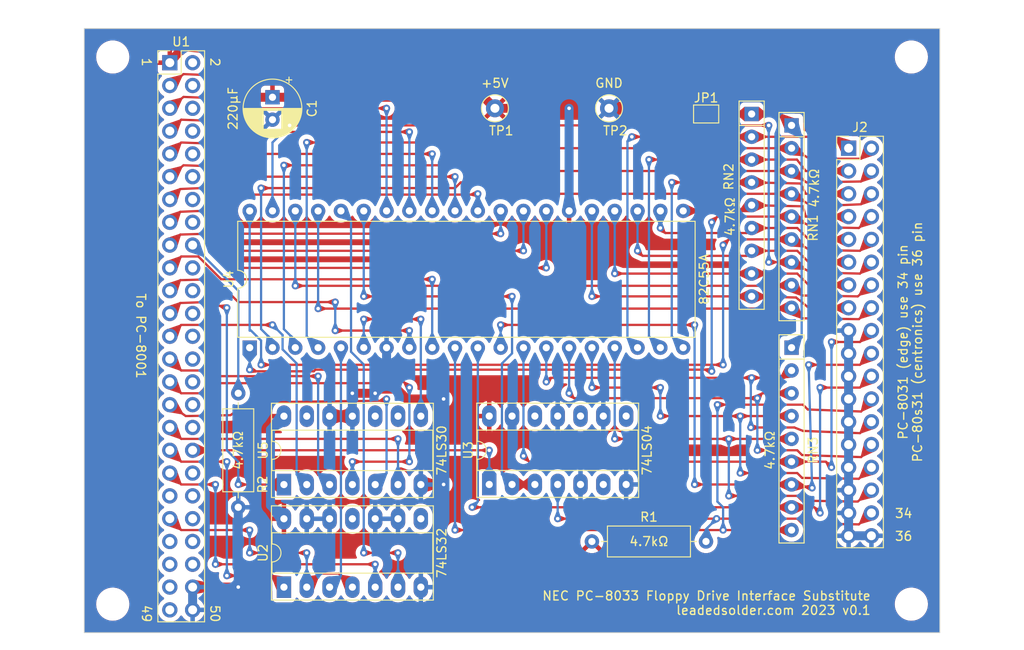
<source format=kicad_pcb>
(kicad_pcb (version 20221018) (generator pcbnew)
  (layers (0 "F.Cu" signal) (31 "B.Cu" signal) (34 "B.Paste" user) (35 "F.Paste" user) (36 "B.SilkS" user "B.Silkscreen") (37 "F.SilkS" user "F.Silkscreen") (38 "B.Mask" user) (39 "F.Mask" user) (44 "Edge.Cuts" user))
  (net 0 "")
  (net 1 "+5V")
  (net 2 "GND")
  (net 3 "/pb0")
  (net 4 "/pa0")
  (net 5 "/pb1")
  (net 6 "/pa1")
  (net 7 "/pb2")
  (net 8 "/pa2")
  (net 9 "/pb3")
  (net 10 "/pa3")
  (net 11 "/pb4")
  (net 12 "/pa4")
  (net 13 "/pb5")
  (net 14 "/pa5")
  (net 15 "/pb6")
  (net 16 "/pa6")
  (net 17 "/pb7")
  (net 18 "/pa7")
  (net 19 "/pc4")
  (net 20 "/pc5")
  (net 21 "/pc6")
  (net 22 "/pc7")
  (net 23 "/pc0")
  (net 24 "/pc1")
  (net 25 "/pc2")
  (net 26 "/pc3")
  (net 27 "Net-(J2-Pin_34)")
  (net 28 "Net-(JP1-B)")
  (net 29 "Net-(U1-~{EXTON})")
  (net 31 "/d0")
  (net 33 "/d1")
  (net 35 "/d2")
  (net 37 "/d3")
  (net 39 "/d4")
  (net 41 "/d5")
  (net 43 "/d6")
  (net 45 "/d7")
  (net 46 "/A0")
  (net 48 "/A1")
  (net 50 "Net-(U1-AB2)")
  (net 52 "Net-(U1-AB3)")
  (net 54 "Net-(U1-AB4)")
  (net 56 "Net-(U1-AB5)")
  (net 58 "Net-(U1-AB6)")
  (net 60 "Net-(U1-AB7)")
  (net 62 "Net-(U1-~{RD})")
  (net 63 "/~{RESET}")
  (net 64 "Net-(U1-~{WR})")
  (net 68 "Net-(U1-~{IOREQ})")
  (net 76 "/~{8255_RD}")
  (net 77 "/~{8255_WR}")
  (net 80 "/RESET")
  (net 85 "/~{8255_CS}")
  (footprint "Connector_PinHeader_2.54mm:PinHeader_2x18_P2.54mm_Vertical" (layer "F.Cu") (at 189.865 84.455)
    (fp_text reference "J2")
    (fp_text value "80s31")
  )
  (footprint "Resistor_THT:R_Array_SIP9" (layer "F.Cu") (at 183.515 106.68 -90)
    (fp_text reference "RN3")
    (fp_text value "4.7kΩ")
  )
  (footprint "Resistor_THT:R_Axial_DIN0309_L9.0mm_D3.2mm_P12.70mm_Horizontal" (layer "F.Cu") (at 121.92 111.76 -90)
    (fp_text reference "R2")
    (fp_text value "4.7kΩ")
  )
  (footprint "MountingHole:MountingHole_3.2mm_M3_DIN965" (layer "F.Cu") (at 107.95 135.255)
    (fp_text reference "REF**" hide)
    (fp_text value "MountingHole_3.2mm_M3_DIN965")
  )
  (footprint "Resistor_THT:R_Array_SIP9" (layer "F.Cu") (at 183.515 81.915 -90)
    (fp_text reference "RN1")
    (fp_text value "4.7kΩ")
  )
  (footprint "Resistor_THT:R_Array_SIP9" (layer "F.Cu") (at 179.07 80.645 -90)
    (fp_text reference "RN2")
    (fp_text value "4.7kΩ")
  )
  (footprint "MountingHole:MountingHole_3.2mm_M3_DIN965" (layer "F.Cu") (at 196.85 74.295)
    (fp_text reference "REF**" hide)
    (fp_text value "MountingHole_3.2mm_M3_DIN965")
  )
  (footprint "Jumper:SolderJumper-2_P1.3mm_Bridged2Bar_Pad1.0x1.5mm" (layer "F.Cu") (at 174.005 80.645)
    (fp_text reference "JP1")
    (fp_text value "Jumper_2_Bridged")
  )
  (footprint "Package_DIP:DIP-14_W7.62mm_Socket_LongPads" (layer "F.Cu") (at 127.005 121.93 90)
    (fp_text reference "U5")
    (fp_text value "74LS30")
  )
  (footprint "Package_DIP:DIP-14_W7.62mm_Socket_LongPads" (layer "F.Cu") (at 149.86 121.92 90)
    (fp_text reference "U3")
    (fp_text value "74LS04")
  )
  (footprint "Package_DIP:DIP-40_W15.24mm" (layer "F.Cu") (at 123.19 106.68 90)
    (fp_text reference "U4")
    (fp_text value "82C55A")
  )
  (footprint "MountingHole:MountingHole_3.2mm_M3_DIN965" (layer "F.Cu") (at 196.85 135.255)
    (fp_text reference "REF**" hide)
    (fp_text value "MountingHole_3.2mm_M3_DIN965")
  )
  (footprint "TestPoint:TestPoint_Loop_D1.80mm_Drill1.0mm_Beaded" (layer "F.Cu") (at 150.495 80.01)
    (fp_text reference "TP1")
    (fp_text value "+5V")
  )
  (footprint "Connector_PinHeader_2.54mm:PinHeader_2x25_P2.54mm_Vertical" (layer "F.Cu") (at 114.3 74.93)
    (fp_text reference "U1")
    (fp_text value "~")
  )
  (footprint "Resistor_THT:R_Axial_DIN0309_L9.0mm_D3.2mm_P12.70mm_Horizontal" (layer "F.Cu") (at 161.29 128.27)
    (fp_text reference "R1")
    (fp_text value "4.7kΩ")
  )
  (footprint "TestPoint:TestPoint_Loop_D1.80mm_Drill1.0mm_Beaded" (layer "F.Cu") (at 163.195 80.01)
    (fp_text reference "TP2")
    (fp_text value "GND")
  )
  (footprint "MountingHole:MountingHole_3.2mm_M3_DIN965" (layer "F.Cu") (at 107.95 74.295)
    (fp_text reference "REF**" hide)
    (fp_text value "MountingHole_3.2mm_M3_DIN965")
  )
  (footprint "Capacitor_THT:CP_Radial_D6.3mm_P2.50mm" (layer "F.Cu") (at 125.73 78.78 -90)
    (fp_text reference "C1")
    (fp_text value "220µF")
  )
  (footprint "Package_DIP:DIP-14_W7.62mm_Socket_LongPads" (layer "F.Cu") (at 127.005 133.36 90)
    (fp_text reference "U2")
    (fp_text value "74LS32")
  )
  (gr_rect (start 104.775 71.12) (end 200.025 138.43) (stroke (width 0.1)) (fill none) (layer "Edge.Cuts"))
  (gr_text "34" (at 194.945 125.73) (layer "F.SilkS") (effects (font (size 1 1)) (justify left bottom)))
  (gr_text "1" (at 111.125 74.295 -90) (layer "F.SilkS") (effects (font (size 1 1)) (justify left bottom)))
  (gr_text "49" (at 111.125 135.255 -90) (layer "F.SilkS") (effects (font (size 1 1)) (justify left bottom)))
  (gr_text "To PC-8001" (at 110.49 100.541905 -90) (layer "F.SilkS") (effects (font (size 1 1)) (justify left bottom)))
  (gr_text "PC-8031 (edge) use 34 pin\nPC-80s31 (centronics) use 36 pin" (at 198.12 106.045 90) (layer "F.SilkS") (effects (font (size 1 1)) (justify bottom)))
  (gr_text "2" (at 118.745 74.295 -90) (layer "F.SilkS") (effects (font (size 1 1)) (justify left bottom)))
  (gr_text "50" (at 118.745 135.255 -90) (layer "F.SilkS") (effects (font (size 1 1)) (justify left bottom)))
  (gr_text "NEC PC-8033 Floppy Drive Interface Substitute\nleadedsolder.com 2023 v0.1" (at 192.405 136.525) (layer "F.SilkS") (effects (font (size 1 1)) (justify right bottom)))
  (gr_text "36" (at 194.945 128.27) (layer "F.SilkS") (effects (font (size 1 1)) (justify left bottom)))
  (segment (start 149.265 78.78) (end 150.495 80.01) (width 1) (layer "F.Cu") (net 1))
  (segment (start 115.824 73.152) (end 118.469656 73.384656) (width 1) (layer "F.Cu") (net 1))
  (segment (start 125.73 78.78) (end 149.265 78.78) (width 1) (layer "F.Cu") (net 1))
  (segment (start 158.75 80.01) (end 150.495 80.01) (width 1) (layer "F.Cu") (net 1))
  (segment (start 114.3 74.93) (end 115.824 73.152) (width 1) (layer "F.Cu") (net 1))
  (segment (start 118.469656 73.384656) (end 123.865 78.78) (width 1) (layer "F.Cu") (net 1))
  (segment (start 123.865 78.78) (end 125.73 78.78) (width 1) (layer "F.Cu") (net 1))
  (via (at 158.75 80.01) (size 0.8) (drill 0.4) (layers "F.Cu" "B.Cu") (net 1))
  (segment (start 125.505 115.81) (end 125.505 124.24) (width 1) (layer "B.Cu") (net 1))
  (segment (start 127.005 114.31) (end 125.505 115.81) (width 1) (layer "B.Cu") (net 1))
  (segment (start 158.75 91.44) (end 158.75 80.01) (width 1) (layer "B.Cu") (net 1))
  (segment (start 125.505 124.24) (end 127.005 125.74) (width 1) (layer "B.Cu") (net 1))
  (segment (start 144.78 121.92) (end 142.255 121.92) (width 1) (layer "F.Cu") (net 2))
  (segment (start 172.72 80.01) (end 163.195 80.01) (width 1) (layer "F.Cu") (net 2))
  (segment (start 140.684365 112.395) (end 144.78 112.395) (width 1) (layer "F.Cu") (net 2))
  (segment (start 140.192183 111.902818) (end 140.684365 112.395) (width 1) (layer "F.Cu") (net 2))
  (segment (start 137.625 111.295) (end 139.584365 111.295) (width 1) (layer "F.Cu") (net 2))
  (segment (start 139.584365 111.295) (end 140.192183 111.902818) (width 1) (layer "F.Cu") (net 2))
  (segment (start 142.255 121.92) (end 142.245 121.93) (width 1) (layer "F.Cu") (net 2))
  (segment (start 137.16 111.76) (end 134.62 111.76) (width 1) (layer "F.Cu") (net 2))
  (segment (start 137.16 111.76) (end 137.625 111.295) (width 1) (layer "F.Cu") (net 2))
  (segment (start 173.355 80.645) (end 172.72 80.01) (width 1) (layer "F.Cu") (net 2))
  (segment (start 121.92 133.35) (end 116.84 133.35) (width 1) (layer "F.Cu") (net 2))
  (segment (start 134.625 114.31) (end 132.085 114.31) (width 1) (layer "F.Cu") (net 2))
  (via (at 137.16 111.76) (size 0.8) (drill 0.4) (layers "F.Cu" "B.Cu") (net 2))
  (via (at 134.62 111.76) (size 0.8) (drill 0.4) (layers "F.Cu" "B.Cu") (net 2))
  (via (at 144.78 121.92) (size 0.8) (drill 0.4) (layers "F.Cu" "B.Cu") (net 2))
  (via (at 121.92 133.35) (size 0.8) (drill 0.4) (layers "F.Cu" "B.Cu") (net 2))
  (via (at 144.78 112.395) (size 0.8) (drill 0.4) (layers "F.Cu" "B.Cu") (net 2))
  (segment (start 152.4 114.3) (end 152.4 111.506) (width 1) (layer "B.Cu") (net 2))
  (segment (start 121.92 124.46) (end 121.92 133.35) (width 1) (layer "B.Cu") (net 2))
  (segment (start 189.865 104.775) (end 189.865 127.635) (width 1) (layer "B.Cu") (net 2))
  (segment (start 138.43 106.68) (end 138.43 110.49) (width 1) (layer "B.Cu") (net 2))
  (segment (start 152.4 114.3) (end 152.4 117.094) (width 1) (layer "B.Cu") (net 2))
  (segment (start 189.865 127.635) (end 192.405 127.635) (width 1) (layer "B.Cu") (net 2))
  (segment (start 144.78 112.395) (end 144.78 121.92) (width 1) (layer "B.Cu") (net 2))
  (segment (start 116.84 135.89) (end 116.84 133.35) (width 1) (layer "B.Cu") (net 2))
  (segment (start 134.62 114.305) (end 134.625 114.31) (width 1) (layer "B.Cu") (net 2))
  (segment (start 138.43 110.49) (end 137.16 111.76) (width 1) (layer "B.Cu") (net 2))
  (segment (start 134.62 111.76) (end 134.62 114.305) (width 1) (layer "B.Cu") (net 2))
  (segment (start 188.595 83.185) (end 189.865 84.455) (width 0.25) (layer "F.Cu") (net 3))
  (segment (start 179.07 83.185) (end 188.595 83.185) (width 0.25) (layer "F.Cu") (net 3))
  (segment (start 179.07 83.185) (end 165.735 83.185) (width 0.25) (layer "F.Cu") (net 3))
  (via (at 165.735 83.185) (size 0.8) (drill 0.4) (layers "F.Cu" "B.Cu") (net 3))
  (segment (start 165.245 105.555) (end 166.37 106.68) (width 0.25) (layer "B.Cu") (net 3))
  (segment (start 165.735 83.185) (end 165.245 83.675) (width 0.25) (layer "B.Cu") (net 3))
  (segment (start 165.245 83.675) (end 165.245 105.555) (width 0.25) (layer "B.Cu") (net 3))
  (segment (start 185.547 85.63) (end 191.23 85.63) (width 0.25) (layer "F.Cu") (net 4))
  (segment (start 183.515 84.455) (end 185.547 85.63) (width 0.25) (layer "F.Cu") (net 4))
  (segment (start 191.23 85.63) (end 192.405 84.455) (width 0.25) (layer "F.Cu") (net 4))
  (segment (start 145.415 84.455) (end 144.78 83.82) (width 0.25) (layer "F.Cu") (net 4))
  (segment (start 183.515 84.455) (end 145.415 84.455) (width 0.25) (layer "F.Cu") (net 4))
  (segment (start 144.78 83.82) (end 129.54 83.82) (width 0.25) (layer "F.Cu") (net 4))
  (via (at 129.54 83.82) (size 0.8) (drill 0.4) (layers "F.Cu" "B.Cu") (net 4))
  (segment (start 129.54 105.41) (end 130.81 106.68) (width 0.25) (layer "B.Cu") (net 4))
  (segment (start 129.54 83.82) (end 129.54 105.41) (width 0.25) (layer "B.Cu") (net 4))
  (segment (start 185.098878 86.995) (end 189.865 86.995) (width 0.25) (layer "F.Cu") (net 5))
  (segment (start 184.116439 85.725) (end 185.098878 86.995) (width 0.25) (layer "F.Cu") (net 5))
  (segment (start 179.07 85.725) (end 167.64 85.725) (width 0.25) (layer "F.Cu") (net 5))
  (segment (start 179.07 85.725) (end 184.116439 85.725) (width 0.25) (layer "F.Cu") (net 5))
  (via (at 167.64 85.725) (size 0.8) (drill 0.4) (layers "F.Cu" "B.Cu") (net 5))
  (segment (start 167.64 105.41) (end 168.91 106.68) (width 0.25) (layer "B.Cu") (net 5))
  (segment (start 167.64 85.725) (end 167.64 105.41) (width 0.25) (layer "B.Cu") (net 5))
  (segment (start 185.166 88.265) (end 191.234656 88.165344) (width 0.25) (layer "F.Cu") (net 6))
  (segment (start 183.515 86.995) (end 185.166 88.265) (width 0.25) (layer "F.Cu") (net 6))
  (segment (start 147.32 86.995) (end 146.685 86.36) (width 0.25) (layer "F.Cu") (net 6))
  (segment (start 146.685 86.36) (end 127 86.36) (width 0.25) (layer "F.Cu") (net 6))
  (segment (start 191.234656 88.165344) (end 192.405 86.995) (width 0.25) (layer "F.Cu") (net 6))
  (segment (start 183.515 86.995) (end 147.32 86.995) (width 0.25) (layer "F.Cu") (net 6))
  (via (at 127 86.36) (size 0.8) (drill 0.4) (layers "F.Cu" "B.Cu") (net 6))
  (segment (start 128.27 105.88) (end 128.27 106.68) (width 0.25) (layer "B.Cu") (net 6))
  (segment (start 127 86.36) (end 127 104.61) (width 0.25) (layer "B.Cu") (net 6))
  (segment (start 127 104.61) (end 128.27 105.88) (width 0.25) (layer "B.Cu") (net 6))
  (segment (start 185.098878 89.535) (end 189.865 89.535) (width 0.25) (layer "F.Cu") (net 7))
  (segment (start 184.531 88.392) (end 185.098878 89.535) (width 0.25) (layer "F.Cu") (net 7))
  (segment (start 179.07 88.265) (end 184.531 88.392) (width 0.25) (layer "F.Cu") (net 7))
  (segment (start 179.07 88.265) (end 170.18 88.265) (width 0.25) (layer "F.Cu") (net 7))
  (via (at 170.18 88.265) (size 0.8) (drill 0.4) (layers "F.Cu" "B.Cu") (net 7))
  (segment (start 170.18 105.41) (end 171.45 106.68) (width 0.25) (layer "B.Cu") (net 7))
  (segment (start 170.18 88.265) (end 170.18 105.41) (width 0.25) (layer "B.Cu") (net 7))
  (segment (start 146.685 88.265) (end 146.05 88.9) (width 0.25) (layer "F.Cu") (net 8))
  (segment (start 146.05 88.9) (end 124.46 88.9) (width 0.25) (layer "F.Cu") (net 8))
  (segment (start 183.515 89.535) (end 150.495 89.535) (width 0.25) (layer "F.Cu") (net 8))
  (segment (start 191.234656 90.705344) (end 192.405 89.535) (width 0.25) (layer "F.Cu") (net 8))
  (segment (start 150.495 89.535) (end 149.86 88.9) (width 0.25) (layer "F.Cu") (net 8))
  (segment (start 149.86 88.9) (end 149.225 88.265) (width 0.25) (layer "F.Cu") (net 8))
  (segment (start 183.515 89.535) (end 185.801 90.932) (width 0.25) (layer "F.Cu") (net 8))
  (segment (start 149.225 88.265) (end 146.685 88.265) (width 0.25) (layer "F.Cu") (net 8))
  (segment (start 185.801 90.932) (end 191.234656 90.705344) (width 0.25) (layer "F.Cu") (net 8))
  (via (at 124.46 88.9) (size 0.8) (drill 0.4) (layers "F.Cu" "B.Cu") (net 8))
  (segment (start 124.46 88.9) (end 124.46 104.61) (width 0.25) (layer "B.Cu") (net 8))
  (segment (start 124.46 104.61) (end 125.73 105.88) (width 0.25) (layer "B.Cu") (net 8))
  (segment (start 125.73 105.88) (end 125.73 106.68) (width 0.25) (layer "B.Cu") (net 8))
  (segment (start 179.07 90.805) (end 184.785 90.932) (width 0.25) (layer "F.Cu") (net 9))
  (segment (start 185.098878 92.075) (end 189.865 92.075) (width 0.25) (layer "F.Cu") (net 9))
  (segment (start 184.785 90.932) (end 185.098878 92.075) (width 0.25) (layer "F.Cu") (net 9))
  (segment (start 178.435 91.44) (end 179.07 90.805) (width 0.25) (layer "F.Cu") (net 9))
  (segment (start 171.45 91.44) (end 178.435 91.44) (width 0.25) (layer "F.Cu") (net 9))
  (segment (start 183.515 92.075) (end 185.801 93.245344) (width 0.25) (layer "F.Cu") (net 10))
  (segment (start 175.26 92.075) (end 174.625 92.71) (width 0.25) (layer "F.Cu") (net 10))
  (segment (start 130.509695 109.13) (end 130.329695 109.31) (width 0.25) (layer "F.Cu") (net 10))
  (segment (start 174.445 109.13) (end 130.509695 109.13) (width 0.25) (layer "F.Cu") (net 10))
  (segment (start 123.37 109.31) (end 123.19 109.13) (width 0.25) (layer "F.Cu") (net 10))
  (segment (start 185.801 93.245344) (end 191.008 93.345) (width 0.25) (layer "F.Cu") (net 10))
  (segment (start 183.515 92.075) (end 175.26 92.075) (width 0.25) (layer "F.Cu") (net 10))
  (segment (start 191.008 93.345) (end 192.405 92.075) (width 0.25) (layer "F.Cu") (net 10))
  (segment (start 130.329695 109.31) (end 123.37 109.31) (width 0.25) (layer "F.Cu") (net 10))
  (segment (start 174.625 109.31) (end 174.445 109.13) (width 0.25) (layer "F.Cu") (net 10))
  (via (at 123.19 109.13) (size 0.8) (drill 0.4) (layers "F.Cu" "B.Cu") (net 10))
  (via (at 174.625 109.31) (size 0.8) (drill 0.4) (layers "F.Cu" "B.Cu") (net 10))
  (via (at 174.625 92.71) (size 0.8) (drill 0.4) (layers "F.Cu" "B.Cu") (net 10))
  (segment (start 174.625 92.71) (end 174.625 109.31) (width 0.25) (layer "B.Cu") (net 10))
  (segment (start 123.19 106.68) (end 123.19 109.13) (width 0.25) (layer "B.Cu") (net 10))
  (segment (start 185.42 94.615) (end 189.865 94.615) (width 0.25) (layer "F.Cu") (net 11))
  (segment (start 178.507871 93.907129) (end 169.472129 93.907129) (width 0.25) (layer "F.Cu") (net 11))
  (segment (start 179.07 93.345) (end 178.507871 93.907129) (width 0.25) (layer "F.Cu") (net 11))
  (segment (start 169.472129 93.907129) (end 168.91 93.345) (width 0.25) (layer "F.Cu") (net 11))
  (segment (start 184.15 93.345) (end 185.42 94.615) (width 0.25) (layer "F.Cu") (net 11))
  (segment (start 179.07 93.345) (end 184.15 93.345) (width 0.25) (layer "F.Cu") (net 11))
  (via (at 168.91 93.345) (size 0.8) (drill 0.4) (layers "F.Cu" "B.Cu") (net 11))
  (segment (start 168.91 93.345) (end 168.91 91.44) (width 0.25) (layer "B.Cu") (net 11))
  (segment (start 183.515 94.615) (end 176.53 94.615) (width 0.25) (layer "F.Cu") (net 12))
  (segment (start 185.547 95.792771) (end 191.135 95.885) (width 0.25) (layer "F.Cu") (net 12))
  (segment (start 175.895 108.585) (end 124.46 108.585) (width 0.25) (layer "F.Cu") (net 12))
  (segment (start 176.53 94.615) (end 175.895 95.25) (width 0.25) (layer "F.Cu") (net 12))
  (segment (start 183.515 94.615) (end 185.547 95.792771) (width 0.25) (layer "F.Cu") (net 12))
  (segment (start 191.135 95.885) (end 192.405 94.615) (width 0.25) (layer "F.Cu") (net 12))
  (via (at 175.895 95.25) (size 0.8) (drill 0.4) (layers "F.Cu" "B.Cu") (net 12))
  (via (at 124.46 108.585) (size 0.8) (drill 0.4) (layers "F.Cu" "B.Cu") (net 12))
  (via (at 175.895 108.585) (size 0.8) (drill 0.4) (layers "F.Cu" "B.Cu") (net 12))
  (segment (start 124.46 108.585) (end 124.46 105.89038) (width 0.25) (layer "B.Cu") (net 12))
  (segment (start 175.895 95.25) (end 175.895 108.585) (width 0.25) (layer "B.Cu") (net 12))
  (segment (start 123.34462 104.775) (end 123.19 104.775) (width 0.25) (layer "B.Cu") (net 12))
  (segment (start 123.19 104.775) (end 123.19 91.44) (width 0.25) (layer "B.Cu") (net 12))
  (segment (start 124.46 105.89038) (end 123.34462 104.775) (width 0.25) (layer "B.Cu") (net 12))
  (segment (start 179.07 95.885) (end 184.15 95.885) (width 0.25) (layer "F.Cu") (net 13))
  (segment (start 166.932129 96.447129) (end 166.37 95.885) (width 0.25) (layer "F.Cu") (net 13))
  (segment (start 185.42 97.155) (end 189.865 97.155) (width 0.25) (layer "F.Cu") (net 13))
  (segment (start 179.07 95.885) (end 178.507871 96.447129) (width 0.25) (layer "F.Cu") (net 13))
  (segment (start 178.507871 96.447129) (end 166.932129 96.447129) (width 0.25) (layer "F.Cu") (net 13))
  (segment (start 184.15 95.885) (end 185.42 97.155) (width 0.25) (layer "F.Cu") (net 13))
  (via (at 166.37 95.885) (size 0.8) (drill 0.4) (layers "F.Cu" "B.Cu") (net 13))
  (segment (start 166.37 95.885) (end 166.37 91.44) (width 0.25) (layer "B.Cu") (net 13))
  (segment (start 191.135 98.425) (end 192.405 97.155) (width 0.25) (layer "F.Cu") (net 14))
  (segment (start 185.674 98.298) (end 191.135 98.425) (width 0.25) (layer "F.Cu") (net 14))
  (segment (start 183.515 97.155) (end 185.674 98.298) (width 0.25) (layer "F.Cu") (net 14))
  (segment (start 180.975 81.915) (end 127.635 81.915) (width 0.25) (layer "F.Cu") (net 14))
  (segment (start 183.515 97.155) (end 180.975 97.155) (width 0.25) (layer "F.Cu") (net 14))
  (via (at 180.975 97.155) (size 0.8) (drill 0.4) (layers "F.Cu" "B.Cu") (net 14))
  (via (at 127.635 81.915) (size 0.8) (drill 0.4) (layers "F.Cu" "B.Cu") (net 14))
  (via (at 180.975 81.915) (size 0.8) (drill 0.4) (layers "F.Cu" "B.Cu") (net 14))
  (segment (start 180.975 97.155) (end 180.975 81.915) (width 0.25) (layer "B.Cu") (net 14))
  (segment (start 127.635 81.915) (end 125.73 83.82) (width 0.25) (layer "B.Cu") (net 14))
  (segment (start 125.73 83.82) (end 125.73 91.44) (width 0.25) (layer "B.Cu") (net 14))
  (segment (start 179.07 98.425) (end 184.15 98.425) (width 0.25) (layer "F.Cu") (net 15))
  (segment (start 179.07 98.425) (end 163.83 98.425) (width 0.25) (layer "F.Cu") (net 15))
  (segment (start 184.15 98.425) (end 185.42 99.695) (width 0.25) (layer "F.Cu") (net 15))
  (segment (start 185.42 99.695) (end 189.865 99.695) (width 0.25) (layer "F.Cu") (net 15))
  (via (at 163.83 98.425) (size 0.8) (drill 0.4) (layers "F.Cu" "B.Cu") (net 15))
  (segment (start 163.83 98.425) (end 163.83 91.44) (width 0.25) (layer "B.Cu") (net 15))
  (segment (start 190.881 100.965) (end 192.405 99.695) (width 0.25) (layer "F.Cu") (net 16))
  (segment (start 184.685344 100.865344) (end 190.881 100.965) (width 0.25) (layer "F.Cu") (net 16))
  (segment (start 183.515 99.695) (end 184.685344 100.865344) (width 0.25) (layer "F.Cu") (net 16))
  (segment (start 183.515 99.695) (end 183.425 99.785) (width 0.25) (layer "F.Cu") (net 16))
  (segment (start 183.425 99.785) (end 128.27 99.785) (width 0.25) (layer "F.Cu") (net 16))
  (via (at 128.27 99.785) (size 0.8) (drill 0.4) (layers "F.Cu" "B.Cu") (net 16))
  (segment (start 128.27 91.44) (end 128.27 99.785) (width 0.25) (layer "B.Cu") (net 16))
  (segment (start 179.07 100.965) (end 184.023 101.092) (width 0.25) (layer "F.Cu") (net 17))
  (segment (start 179.07 100.965) (end 161.29 100.965) (width 0.25) (layer "F.Cu") (net 17))
  (segment (start 184.023 101.092) (end 185.42 102.235) (width 0.25) (layer "F.Cu") (net 17))
  (segment (start 185.42 102.235) (end 189.865 102.235) (width 0.25) (layer "F.Cu") (net 17))
  (via (at 161.29 100.965) (size 0.8) (drill 0.4) (layers "F.Cu" "B.Cu") (net 17))
  (segment (start 161.29 100.965) (end 161.29 91.44) (width 0.25) (layer "B.Cu") (net 17))
  (segment (start 183.425 102.325) (end 130.81 102.325) (width 0.25) (layer "F.Cu") (net 18))
  (segment (start 191.008 103.505) (end 192.405 102.235) (width 0.25) (layer "F.Cu") (net 18))
  (segment (start 183.515 102.235) (end 183.425 102.325) (width 0.25) (layer "F.Cu") (net 18))
  (segment (start 184.685344 103.405344) (end 191.008 103.505) (width 0.25) (layer "F.Cu") (net 18))
  (segment (start 183.515 102.235) (end 184.685344 103.405344) (width 0.25) (layer "F.Cu") (net 18))
  (via (at 130.81 102.325) (size 0.8) (drill 0.4) (layers "F.Cu" "B.Cu") (net 18))
  (segment (start 130.81 91.44) (end 130.81 102.325) (width 0.25) (layer "B.Cu") (net 18))
  (segment (start 154.305 119.38) (end 183.515 119.38) (width 0.25) (layer "F.Cu") (net 19))
  (segment (start 153.67 118.745) (end 154.305 119.38) (width 0.25) (layer "F.Cu") (net 19))
  (segment (start 191.135 106.045) (end 187.96 106.045) (width 0.25) (layer "F.Cu") (net 19))
  (segment (start 187.96 120.015) (end 187.325 119.38) (width 0.25) (layer "F.Cu") (net 19))
  (segment (start 192.405 104.775) (end 191.135 106.045) (width 0.25) (layer "F.Cu") (net 19))
  (segment (start 187.325 119.38) (end 183.515 119.38) (width 0.25) (layer "F.Cu") (net 19))
  (via (at 187.96 120.015) (size 0.8) (drill 0.4) (layers "F.Cu" "B.Cu") (net 19))
  (via (at 187.96 106.045) (size 0.8) (drill 0.4) (layers "F.Cu" "B.Cu") (net 19))
  (via (at 153.67 118.745) (size 0.8) (drill 0.4) (layers "F.Cu" "B.Cu") (net 19))
  (segment (start 187.96 106.045) (end 187.96 120.015) (width 0.25) (layer "B.Cu") (net 19))
  (segment (start 153.67 106.68) (end 153.67 118.745) (width 0.25) (layer "B.Cu") (net 19))
  (segment (start 183.515 121.92) (end 172.72 121.92) (width 0.25) (layer "F.Cu") (net 20))
  (segment (start 192.405 107.315) (end 191.135 108.585) (width 0.25) (layer "F.Cu") (net 20))
  (segment (start 185.801 122.301) (end 183.515 121.92) (width 0.25) (layer "F.Cu") (net 20))
  (segment (start 191.135 108.585) (end 185.42 108.585) (width 0.25) (layer "F.Cu") (net 20))
  (segment (start 172.72 104.14) (end 151.13 104.14) (width 0.25) (layer "F.Cu") (net 20))
  (via (at 185.42 108.585) (size 0.8) (drill 0.4) (layers "F.Cu" "B.Cu") (net 20))
  (via (at 172.72 121.92) (size 0.8) (drill 0.4) (layers "F.Cu" "B.Cu") (net 20))
  (via (at 151.13 104.14) (size 0.8) (drill 0.4) (layers "F.Cu" "B.Cu") (net 20))
  (via (at 172.72 104.14) (size 0.8) (drill 0.4) (layers "F.Cu" "B.Cu") (net 20))
  (via (at 185.801 122.301) (size 0.8) (drill 0.4) (layers "F.Cu" "B.Cu") (net 20))
  (segment (start 172.72 121.92) (end 172.72 104.14) (width 0.25) (layer "B.Cu") (net 20))
  (segment (start 151.13 104.14) (end 151.13 106.68) (width 0.25) (layer "B.Cu") (net 20))
  (segment (start 185.42 108.585) (end 185.801 122.301) (width 0.25) (layer "B.Cu") (net 20))
  (segment (start 183.515 124.46) (end 147.955 124.46) (width 0.25) (layer "F.Cu") (net 21))
  (segment (start 191.135 111.125) (end 192.405 109.855) (width 0.25) (layer "F.Cu") (net 21))
  (segment (start 183.515 124.46) (end 186.055 124.46) (width 0.25) (layer "F.Cu") (net 21))
  (segment (start 186.69 111.125) (end 191.135 111.125) (width 0.25) (layer "F.Cu") (net 21))
  (segment (start 186.055 124.46) (end 186.69 125.095) (width 0.25) (layer "F.Cu") (net 21))
  (via (at 186.69 111.125) (size 0.8) (drill 0.4) (layers "F.Cu" "B.Cu") (net 21))
  (via (at 186.69 125.095) (size 0.8) (drill 0.4) (layers "F.Cu" "B.Cu") (net 21))
  (via (at 147.955 124.46) (size 0.8) (drill 0.4) (layers "F.Cu" "B.Cu") (net 21))
  (segment (start 147.955 124.46) (end 148.59 123.825) (width 0.25) (layer "B.Cu") (net 21))
  (segment (start 186.69 125.095) (end 186.69 111.125) (width 0.25) (layer "B.Cu") (net 21))
  (segment (start 148.59 123.825) (end 148.59 106.68) (width 0.25) (layer "B.Cu") (net 21))
  (segment (start 192.405 112.395) (end 191.262 113.792) (width 0.25) (layer "F.Cu") (net 22))
  (segment (start 191.262 113.792) (end 185.320344 113.565344) (width 0.25) (layer "F.Cu") (net 22))
  (segment (start 146.05 127) (end 183.515 127) (width 0.25) (layer "F.Cu") (net 22))
  (segment (start 184.785 113.03) (end 175.26 113.03) (width 0.25) (layer "F.Cu") (net 22))
  (segment (start 185.320344 113.565344) (end 184.785 113.03) (width 0.25) (layer "F.Cu") (net 22))
  (via (at 146.05 127) (size 0.8) (drill 0.4) (layers "F.Cu" "B.Cu") (net 22))
  (via (at 175.26 113.03) (size 0.8) (drill 0.4) (layers "F.Cu" "B.Cu") (net 22))
  (via (at 175.895 127) (size 0.8) (drill 0.4) (layers "F.Cu" "B.Cu") (net 22))
  (segment (start 175.895 124.46) (end 175.895 127) (width 0.25) (layer "B.Cu") (net 22))
  (segment (start 146.05 106.68) (end 146.05 127) (width 0.25) (layer "B.Cu") (net 22))
  (segment (start 175.26 123.825) (end 175.895 124.46) (width 0.25) (layer "B.Cu") (net 22))
  (segment (start 175.26 113.03) (end 175.26 123.825) (width 0.25) (layer "B.Cu") (net 22))
  (segment (start 183.515 109.22) (end 182.7 110.035) (width 0.25) (layer "F.Cu") (net 23))
  (segment (start 183.828878 115.57) (end 178.98 115.57) (width 0.25) (layer "F.Cu") (net 23))
  (segment (start 182.7 110.035) (end 179.07 110.035) (width 0.25) (layer "F.Cu") (net 23))
  (segment (start 184.785 115.951) (end 183.828878 115.57) (width 0.25) (layer "F.Cu") (net 23))
  (segment (start 156.665 110.035) (end 156.21 110.49) (width 0.25) (layer "F.Cu") (net 23))
  (segment (start 191.135 116.205) (end 184.785 115.951) (width 0.25) (layer "F.Cu") (net 23))
  (segment (start 179.07 110.035) (end 156.665 110.035) (width 0.25) (layer "F.Cu") (net 23))
  (segment (start 192.405 114.935) (end 191.135 116.205) (width 0.25) (layer "F.Cu") (net 23))
  (via (at 179.07 110.035) (size 0.8) (drill 0.4) (layers "F.Cu" "B.Cu") (net 23))
  (via (at 178.98 115.57) (size 0.8) (drill 0.4) (layers "F.Cu" "B.Cu") (net 23))
  (via (at 156.21 110.49) (size 0.8) (drill 0.4) (layers "F.Cu" "B.Cu") (net 23))
  (segment (start 178.98 110.125) (end 178.98 115.57) (width 0.25) (layer "B.Cu") (net 23))
  (segment (start 156.21 110.49) (end 156.21 106.68) (width 0.25) (layer "B.Cu") (net 23))
  (segment (start 179.07 110.035) (end 178.98 110.125) (width 0.25) (layer "B.Cu") (net 23))
  (segment (start 184.15 118.11) (end 179.705 118.11) (width 0.25) (layer "F.Cu") (net 24))
  (segment (start 183.515 111.76) (end 180.25 111.76) (width 0.25) (layer "F.Cu") (net 24))
  (segment (start 159.295 112.305) (end 179.705 112.305) (width 0.25) (layer "F.Cu") (net 24))
  (segment (start 184.685344 118.645344) (end 184.15 118.11) (width 0.25) (layer "F.Cu") (net 24))
  (segment (start 180.25 111.76) (end 179.705 112.305) (width 0.25) (layer "F.Cu") (net 24))
  (segment (start 158.75 111.76) (end 159.295 112.305) (width 0.25) (layer "F.Cu") (net 24))
  (segment (start 192.405 117.475) (end 191.262 118.872) (width 0.25) (layer "F.Cu") (net 24))
  (segment (start 191.262 118.872) (end 184.685344 118.645344) (width 0.25) (layer "F.Cu") (net 24))
  (via (at 158.75 111.76) (size 0.8) (drill 0.4) (layers "F.Cu" "B.Cu") (net 24))
  (via (at 179.705 112.305) (size 0.8) (drill 0.4) (layers "F.Cu" "B.Cu") (net 24))
  (via (at 179.705 118.11) (size 0.8) (drill 0.4) (layers "F.Cu" "B.Cu") (net 24))
  (segment (start 179.705 118.11) (end 179.705 112.305) (width 0.25) (layer "B.Cu") (net 24))
  (segment (start 158.75 111.76) (end 158.75 106.68) (width 0.25) (layer "B.Cu") (net 24))
  (segment (start 192.405 120.015) (end 191.008 121.285) (width 0.25) (layer "F.Cu") (net 25))
  (segment (start 191.008 121.285) (end 184.685344 121.185344) (width 0.25) (layer "F.Cu") (net 25))
  (segment (start 177.8 114.3) (end 168.91 114.3) (width 0.25) (layer "F.Cu") (net 25))
  (segment (start 183.515 114.3) (end 177.8 114.3) (width 0.25) (layer "F.Cu") (net 25))
  (segment (start 184.15 120.65) (end 177.8 120.65) (width 0.25) (layer "F.Cu") (net 25))
  (segment (start 184.685344 121.185344) (end 184.15 120.65) (width 0.25) (layer "F.Cu") (net 25))
  (segment (start 168.91 111.125) (end 161.29 111.125) (width 0.25) (layer "F.Cu") (net 25))
  (via (at 161.29 111.125) (size 0.8) (drill 0.4) (layers "F.Cu" "B.Cu") (net 25))
  (via (at 177.8 120.65) (size 0.8) (drill 0.4) (layers "F.Cu" "B.Cu") (net 25))
  (via (at 168.91 111.125) (size 0.8) (drill 0.4) (layers "F.Cu" "B.Cu") (net 25))
  (via (at 177.8 114.3) (size 0.8) (drill 0.4) (layers "F.Cu" "B.Cu") (net 25))
  (via (at 168.91 114.3) (size 0.8) (drill 0.4) (layers "F.Cu" "B.Cu") (net 25))
  (segment (start 161.29 111.125) (end 161.29 106.68) (width 0.25) (layer "B.Cu") (net 25))
  (segment (start 168.91 114.3) (end 168.91 111.125) (width 0.25) (layer "B.Cu") (net 25))
  (segment (start 177.8 120.65) (end 177.8 114.3) (width 0.25) (layer "B.Cu") (net 25))
  (segment (start 184.685344 123.725344) (end 184.15 123.19) (width 0.25) (layer "F.Cu") (net 26))
  (segment (start 176.53 116.84) (end 183.515 116.84) (width 0.25) (layer "F.Cu") (net 26))
  (segment (start 190.881 123.825) (end 184.685344 123.725344) (width 0.25) (layer "F.Cu") (net 26))
  (segment (start 184.15 123.19) (end 176.53 123.19) (width 0.25) (layer "F.Cu") (net 26))
  (segment (start 163.83 116.84) (end 176.53 116.84) (width 0.25) (layer "F.Cu") (net 26))
  (segment (start 192.405 122.555) (end 190.881 123.825) (width 0.25) (layer "F.Cu") (net 26))
  (via (at 176.53 116.84) (size 0.8) (drill 0.4) (layers "F.Cu" "B.Cu") (net 26))
  (via (at 163.83 116.84) (size 0.8) (drill 0.4) (layers "F.Cu" "B.Cu") (net 26))
  (via (at 176.53 123.19) (size 0.8) (drill 0.4) (layers "F.Cu" "B.Cu") (net 26))
  (segment (start 176.53 123.19) (end 176.53 116.84) (width 0.25) (layer "B.Cu") (net 26))
  (segment (start 163.83 106.68) (end 163.83 116.84) (width 0.25) (layer "B.Cu") (net 26))
  (segment (start 184.685344 126.265344) (end 184.15 125.73) (width 0.25) (layer "F.Cu") (net 27))
  (segment (start 191.008 126.365) (end 184.685344 126.265344) (width 0.25) (layer "F.Cu") (net 27))
  (segment (start 184.15 125.73) (end 157.48 125.73) (width 0.25) (layer "F.Cu") (net 27))
  (segment (start 192.405 125.095) (end 191.008 126.365) (width 0.25) (layer "F.Cu") (net 27))
  (via (at 157.48 125.73) (size 0.8) (drill 0.4) (layers "F.Cu" "B.Cu") (net 27))
  (via (at 175.17 125.73) (size 0.8) (drill 0.4) (layers "F.Cu" "B.Cu") (net 27))
  (segment (start 173.99 128.27) (end 173.99 126.91) (width 0.25) (layer "B.Cu") (net 27))
  (segment (start 173.99 126.91) (end 175.17 125.73) (width 0.25) (layer "B.Cu") (net 27))
  (segment (start 157.48 125.73) (end 157.48 121.92) (width 0.25) (layer "B.Cu") (net 27))
  (segment (start 179.07 80.645) (end 182.245 80.645) (width 0.25) (layer "F.Cu") (net 28))
  (segment (start 182.245 80.645) (end 183.515 81.915) (width 0.25) (layer "F.Cu") (net 28))
  (segment (start 174.655 80.645) (end 179.07 80.645) (width 0.25) (layer "F.Cu") (net 28))
  (segment (start 184.64 83.04) (end 183.515 81.915) (width 0.25) (layer "B.Cu") (net 28))
  (segment (start 184.64 105.555) (end 184.64 83.04) (width 0.25) (layer "B.Cu") (net 28))
  (segment (start 183.515 106.68) (end 184.64 105.555) (width 0.25) (layer "B.Cu") (net 28))
  (segment (start 121.92 100.33) (end 116.84 95.25) (width 0.25) (layer "B.Cu") (net 29))
  (segment (start 121.92 111.76) (end 121.92 100.33) (width 0.25) (layer "B.Cu") (net 29))
  (segment (start 115.824 76.2) (end 118.209656 76.299656) (width 0.25) (layer "F.Cu") (net 31))
  (segment (start 114.3 77.47) (end 115.824 76.2) (width 0.25) (layer "F.Cu") (net 31))
  (segment (start 121.92 80.01) (end 138.43 80.01) (width 0.25) (layer "F.Cu") (net 31))
  (segment (start 118.209656 76.299656) (end 121.92 80.01) (width 0.25) (layer "F.Cu") (net 31))
  (via (at 138.43 80.01) (size 0.8) (drill 0.4) (layers "F.Cu" "B.Cu") (net 31))
  (segment (start 138.43 80.01) (end 138.43 91.44) (width 0.25) (layer "B.Cu") (net 31))
  (segment (start 122.01 82.64) (end 140.97 82.64) (width 0.25) (layer "F.Cu") (net 33))
  (segment (start 118.209656 78.839656) (end 122.01 82.64) (width 0.25) (layer "F.Cu") (net 33))
  (segment (start 114.3 80.01) (end 115.824 78.74) (width 0.25) (layer "F.Cu") (net 33))
  (segment (start 115.824 78.74) (end 118.209656 78.839656) (width 0.25) (layer "F.Cu") (net 33))
  (via (at 140.97 82.64) (size 0.8) (drill 0.4) (layers "F.Cu" "B.Cu") (net 33))
  (segment (start 140.97 91.44) (end 140.97 82.64) (width 0.25) (layer "B.Cu") (net 33))
  (segment (start 114.3 82.55) (end 115.57 81.28) (width 0.25) (layer "F.Cu") (net 35))
  (segment (start 121.92 85.09) (end 143.51 85.09) (width 0.25) (layer "F.Cu") (net 35))
  (segment (start 118.209656 81.379656) (end 121.92 85.09) (width 0.25) (layer "F.Cu") (net 35))
  (segment (start 115.57 81.28) (end 118.209656 81.379656) (width 0.25) (layer "F.Cu") (net 35))
  (via (at 143.51 85.09) (size 0.8) (drill 0.4) (layers "F.Cu" "B.Cu") (net 35))
  (segment (start 143.51 85.09) (end 143.51 91.44) (width 0.25) (layer "B.Cu") (net 35))
  (segment (start 114.3 85.09) (end 115.57 83.82) (width 0.25) (layer "F.Cu") (net 37))
  (segment (start 115.57 83.82) (end 118.209656 83.919656) (width 0.25) (layer "F.Cu") (net 37))
  (segment (start 118.209656 83.919656) (end 121.92 87.63) (width 0.25) (layer "F.Cu") (net 37))
  (segment (start 121.92 87.63) (end 146.05 87.63) (width 0.25) (layer "F.Cu") (net 37))
  (via (at 146.05 87.63) (size 0.8) (drill 0.4) (layers "F.Cu" "B.Cu") (net 37))
  (segment (start 146.05 87.63) (end 146.05 91.44) (width 0.25) (layer "B.Cu") (net 37))
  (segment (start 114.3 87.63) (end 115.824 86.36) (width 0.25) (layer "F.Cu") (net 39))
  (segment (start 115.824 86.36) (end 118.844656 86.459656) (width 0.25) (layer "F.Cu") (net 39))
  (segment (start 122.01 89.625) (end 148.5 89.625) (width 0.25) (layer "F.Cu") (net 39))
  (segment (start 148.5 89.625) (end 148.59 89.535) (width 0.25) (layer "F.Cu") (net 39))
  (segment (start 118.844656 86.459656) (end 122.01 89.625) (width 0.25) (layer "F.Cu") (net 39))
  (via (at 148.59 89.535) (size 0.8) (drill 0.4) (layers "F.Cu" "B.Cu") (net 39))
  (segment (start 148.59 89.535) (end 148.59 91.44) (width 0.25) (layer "B.Cu") (net 39))
  (segment (start 114.3 90.17) (end 115.470344 88.999656) (width 0.25) (layer "F.Cu") (net 41))
  (segment (start 121.92 93.98) (end 151.13 93.98) (width 0.25) (layer "F.Cu") (net 41))
  (segment (start 121.92 93.589946) (end 121.92 93.98) (width 0.25) (layer "F.Cu") (net 41))
  (segment (start 115.470344 88.999656) (end 117.856 88.9) (width 0.25) (layer "F.Cu") (net 41))
  (segment (start 117.856 88.9) (end 121.92 93.589946) (width 0.25) (layer "F.Cu") (net 41))
  (via (at 151.13 93.98) (size 0.8) (drill 0.4) (layers "F.Cu" "B.Cu") (net 41))
  (segment (start 151.13 93.98) (end 151.13 91.44) (width 0.25) (layer "B.Cu") (net 41))
  (segment (start 114.3 92.71) (end 115.470344 91.539656) (width 0.25) (layer "F.Cu") (net 43))
  (segment (start 117.856 91.44) (end 121.92 95.885) (width 0.25) (layer "F.Cu") (net 43))
  (segment (start 115.470344 91.539656) (end 117.856 91.44) (width 0.25) (layer "F.Cu") (net 43))
  (segment (start 121.92 95.885) (end 153.67 95.885) (width 0.25) (layer "F.Cu") (net 43))
  (via (at 153.67 95.885) (size 0.8) (drill 0.4) (layers "F.Cu" "B.Cu") (net 43))
  (segment (start 153.67 95.885) (end 153.67 91.44) (width 0.25) (layer "B.Cu") (net 43))
  (segment (start 118.491 93.98) (end 121.92 97.79) (width 0.25) (layer "F.Cu") (net 45))
  (segment (start 115.470344 94.079656) (end 118.491 93.98) (width 0.25) (layer "F.Cu") (net 45))
  (segment (start 114.3 95.25) (end 115.470344 94.079656) (width 0.25) (layer "F.Cu") (net 45))
  (segment (start 121.92 97.79) (end 156.21 97.79) (width 0.25) (layer "F.Cu") (net 45))
  (via (at 156.21 97.79) (size 0.8) (drill 0.4) (layers "F.Cu" "B.Cu") (net 45))
  (segment (start 156.21 97.79) (end 156.21 91.44) (width 0.25) (layer "B.Cu") (net 45))
  (segment (start 115.57 96.52) (end 114.3 97.79) (width 0.25) (layer "F.Cu") (net 46))
  (segment (start 120.015 99.06) (end 117.475 96.52) (width 0.25) (layer "F.Cu") (net 46))
  (segment (start 143.51 99.06) (end 120.015 99.06) (width 0.25) (layer "F.Cu") (net 46))
  (segment (start 117.475 96.52) (end 115.57 96.52) (width 0.25) (layer "F.Cu") (net 46))
  (via (at 143.51 99.06) (size 0.8) (drill 0.4) (layers "F.Cu" "B.Cu") (net 46))
  (segment (start 143.51 99.06) (end 143.51 106.68) (width 0.25) (layer "B.Cu") (net 46))
  (segment (start 115.470344 99.159656) (end 118.872 99.06) (width 0.25) (layer "F.Cu") (net 48))
  (segment (start 114.3 100.33) (end 115.470344 99.159656) (width 0.25) (layer "F.Cu") (net 48))
  (segment (start 120.65 100.33) (end 121.92 101.6) (width 0.25) (layer "F.Cu") (net 48))
  (segment (start 118.872 99.06) (end 120.65 100.33) (width 0.25) (layer "F.Cu") (net 48))
  (segment (start 132.715 104.775) (end 140.97 104.775) (width 0.25) (layer "F.Cu") (net 48))
  (segment (start 121.92 101.6) (end 132.715 101.6) (width 0.25) (layer "F.Cu") (net 48))
  (via (at 132.715 104.775) (size 0.8) (drill 0.4) (layers "F.Cu" "B.Cu") (net 48))
  (via (at 140.97 104.775) (size 0.8) (drill 0.4) (layers "F.Cu" "B.Cu") (net 48))
  (via (at 132.715 101.6) (size 0.8) (drill 0.4) (layers "F.Cu" "B.Cu") (net 48))
  (segment (start 132.715 101.6) (end 132.715 104.775) (width 0.25) (layer "B.Cu") (net 48))
  (segment (start 140.97 104.775) (end 140.97 106.68) (width 0.25) (layer "B.Cu") (net 48))
  (segment (start 118.364 101.6) (end 120.65 102.235) (width 0.25) (layer "F.Cu") (net 50))
  (segment (start 115.470344 101.699656) (end 118.364 101.6) (width 0.25) (layer "F.Cu") (net 50))
  (segment (start 121.93 121.93) (end 127.005 121.93) (width 0.25) (layer "F.Cu") (net 50))
  (segment (start 121.92 121.92) (end 121.93 121.93) (width 0.25) (layer "F.Cu") (net 50))
  (segment (start 114.3 102.87) (end 115.470344 101.699656) (width 0.25) (layer "F.Cu") (net 50))
  (via (at 120.65 102.235) (size 0.8) (drill 0.4) (layers "F.Cu" "B.Cu") (net 50))
  (via (at 121.92 121.92) (size 0.8) (drill 0.4) (layers "F.Cu" "B.Cu") (net 50))
  (segment (start 120.65 118.11) (end 121.285 118.745) (width 0.25) (layer "B.Cu") (net 50))
  (segment (start 121.285 118.745) (end 121.92 119.38) (width 0.25) (layer "B.Cu") (net 50))
  (segment (start 121.92 119.38) (end 121.92 121.92) (width 0.25) (layer "B.Cu") (net 50))
  (segment (start 120.65 102.235) (end 120.65 118.11) (width 0.25) (layer "B.Cu") (net 50))
  (segment (start 125.73 104.14) (end 115.57 104.14) (width 0.25) (layer "F.Cu") (net 52))
  (segment (start 115.57 104.14) (end 114.3 105.41) (width 0.25) (layer "F.Cu") (net 52))
  (via (at 125.73 104.14) (size 0.8) (drill 0.4) (layers "F.Cu" "B.Cu") (net 52))
  (segment (start 129.545 121.93) (end 128.42 120.805) (width 0.25) (layer "B.Cu") (net 52))
  (segment (start 128.42 108.435) (end 126.855 106.87) (width 0.25) (layer "B.Cu") (net 52))
  (segment (start 126.855 105.265) (end 125.73 104.14) (width 0.25) (layer "B.Cu") (net 52))
  (segment (start 128.42 120.805) (end 128.42 108.435) (width 0.25) (layer "B.Cu") (net 52))
  (segment (start 126.855 106.87) (end 126.855 105.265) (width 0.25) (layer "B.Cu") (net 52))
  (segment (start 118.364 109.22) (end 118.364 109.474) (width 0.25) (layer "F.Cu") (net 54))
  (segment (start 115.57 109.22) (end 118.364 109.22) (width 0.25) (layer "F.Cu") (net 54))
  (segment (start 130.81 109.855) (end 118.745 109.855) (width 0.25) (layer "F.Cu") (net 54))
  (segment (start 118.364 109.474) (end 118.745 109.855) (width 0.25) (layer "F.Cu") (net 54))
  (segment (start 114.3 107.95) (end 115.57 109.22) (width 0.25) (layer "F.Cu") (net 54))
  (via (at 130.81 109.855) (size 0.8) (drill 0.4) (layers "F.Cu" "B.Cu") (net 54))
  (segment (start 130.81 120.655) (end 130.81 109.855) (width 0.25) (layer "B.Cu") (net 54))
  (segment (start 132.085 121.93) (end 130.81 120.655) (width 0.25) (layer "B.Cu") (net 54))
  (segment (start 115.57 111.76) (end 117.62 111.76) (width 0.25) (layer "F.Cu") (net 56))
  (segment (start 137.283274 110.47) (end 137.118274 110.635) (width 0.25) (layer "F.Cu") (net 56))
  (segment (start 137.118274 110.635) (end 118.745 110.635) (width 0.25) (layer "F.Cu") (net 56))
  (segment (start 134.62 119.38) (end 140.97 119.38) (width 0.25) (layer "F.Cu") (net 56))
  (segment (start 117.62 111.76) (end 118.745 110.635) (width 0.25) (layer "F.Cu") (net 56))
  (segment (start 140.315 110.47) (end 137.283274 110.47) (width 0.25) (layer "F.Cu") (net 56))
  (segment (start 114.3 110.49) (end 115.57 111.76) (width 0.25) (layer "F.Cu") (net 56))
  (segment (start 140.97 111.125) (end 140.315 110.47) (width 0.25) (layer "F.Cu") (net 56))
  (via (at 140.97 119.38) (size 0.8) (drill 0.4) (layers "F.Cu" "B.Cu") (net 56))
  (via (at 140.97 111.125) (size 0.8) (drill 0.4) (layers "F.Cu" "B.Cu") (net 56))
  (via (at 134.62 119.38) (size 0.8) (drill 0.4) (layers "F.Cu" "B.Cu") (net 56))
  (segment (start 140.97 119.38) (end 140.97 111.125) (width 0.25) (layer "B.Cu") (net 56))
  (segment (start 134.625 119.385) (end 134.62 119.38) (width 0.25) (layer "B.Cu") (net 56))
  (segment (start 134.625 121.93) (end 134.625 119.385) (width 0.25) (layer "B.Cu") (net 56))
  (segment (start 138.43 112.395) (end 138.24 112.585) (width 0.25) (layer "F.Cu") (net 58))
  (segment (start 121.063534 114.200344) (end 116.078 114.3) (width 0.25) (layer "F.Cu") (net 58))
  (segment (start 122.936 112.776) (end 121.063534 114.200344) (width 0.25) (layer "F.Cu") (net 58))
  (segment (start 116.078 114.3) (end 114.3 113.03) (width 0.25) (layer "F.Cu") (net 58))
  (segment (start 138.24 112.585) (end 122.936 112.776) (width 0.25) (layer "F.Cu") (net 58))
  (via (at 138.43 112.395) (size 0.8) (drill 0.4) (layers "F.Cu" "B.Cu") (net 58))
  (segment (start 137.165 121.93) (end 138.43 120.665) (width 0.25) (layer "B.Cu") (net 58))
  (segment (start 138.43 120.665) (end 138.43 112.395) (width 0.25) (layer "B.Cu") (net 58))
  (segment (start 139.7 116.84) (end 115.57 116.84) (width 0.25) (layer "F.Cu") (net 60))
  (segment (start 115.57 116.84) (end 114.3 115.57) (width 0.25) (layer "F.Cu") (net 60))
  (via (at 139.7 116.84) (size 0.8) (drill 0.4) (layers "F.Cu" "B.Cu") (net 60))
  (segment (start 139.705 121.93) (end 139.705 116.845) (width 0.25) (layer "B.Cu") (net 60))
  (segment (start 139.705 116.845) (end 139.7 116.84) (width 0.25) (layer "B.Cu") (net 60))
  (segment (start 115.57 119.38) (end 120.65 119.38) (width 0.25) (layer "F.Cu") (net 62))
  (segment (start 120.65 132.08) (end 125.725 132.08) (width 0.25) (layer "F.Cu") (net 62))
  (segment (start 114.3 118.11) (end 115.57 119.38) (width 0.25) (layer "F.Cu") (net 62))
  (segment (start 125.725 132.08) (end 127.005 133.36) (width 0.25) (layer "F.Cu") (net 62))
  (via (at 120.65 132.08) (size 0.8) (drill 0.4) (layers "F.Cu" "B.Cu") (net 62))
  (via (at 120.65 119.38) (size 0.8) (drill 0.4) (layers "F.Cu" "B.Cu") (net 62))
  (segment (start 120.65 119.38) (end 120.65 132.08) (width 0.25) (layer "B.Cu") (net 62))
  (segment (start 116.84 118.11) (end 149.86 118.11) (width 0.25) (layer "F.Cu") (net 63))
  (via (at 149.86 118.11) (size 0.8) (drill 0.4) (layers "F.Cu" "B.Cu") (net 63))
  (segment (start 149.86 118.11) (end 149.86 121.92) (width 0.25) (layer "B.Cu") (net 63))
  (segment (start 115.57 121.92) (end 114.3 120.65) (width 0.25) (layer "F.Cu") (net 64))
  (segment (start 137.16 130.81) (end 119.38 130.81) (width 0.25) (layer "F.Cu") (net 64))
  (segment (start 119.38 121.92) (end 115.57 121.92) (width 0.25) (layer "F.Cu") (net 64))
  (via (at 119.38 130.81) (size 0.8) (drill 0.4) (layers "F.Cu" "B.Cu") (net 64))
  (via (at 119.38 121.92) (size 0.8) (drill 0.4) (layers "F.Cu" "B.Cu") (net 64))
  (via (at 137.16 130.81) (size 0.8) (drill 0.4) (layers "F.Cu" "B.Cu") (net 64))
  (segment (start 137.165 130.815) (end 137.16 130.81) (width 0.25) (layer "B.Cu") (net 64))
  (segment (start 119.38 130.81) (end 119.38 121.92) (width 0.25) (layer "B.Cu") (net 64))
  (segment (start 137.165 133.36) (end 137.165 130.815) (width 0.25) (layer "B.Cu") (net 64))
  (segment (start 131.07 131.835) (end 133.1 131.835) (width 0.25) (layer "F.Cu") (net 68))
  (segment (start 115.57 127) (end 114.3 125.73) (width 0.25) (layer "F.Cu") (net 68))
  (segment (start 133.1 131.835) (end 134.625 133.36) (width 0.25) (layer "F.Cu") (net 68))
  (segment (start 129.54 129.54) (end 123.19 129.54) (width 0.25) (layer "F.Cu") (net 68))
  (segment (start 129.545 133.36) (end 131.07 131.835) (width 0.25) (layer "F.Cu") (net 68))
  (segment (start 123.19 127) (end 115.57 127) (width 0.25) (layer "F.Cu") (net 68))
  (via (at 129.54 129.54) (size 0.8) (drill 0.4) (layers "F.Cu" "B.Cu") (net 68))
  (via (at 123.19 127) (size 0.8) (drill 0.4) (layers "F.Cu" "B.Cu") (net 68))
  (via (at 123.19 129.54) (size 0.8) (drill 0.4) (layers "F.Cu" "B.Cu") (net 68))
  (segment (start 129.545 129.545) (end 129.54 129.54) (width 0.25) (layer "B.Cu") (net 68))
  (segment (start 123.19 129.54) (end 123.19 127) (width 0.25) (layer "B.Cu") (net 68))
  (segment (start 129.545 133.36) (end 129.545 129.545) (width 0.25) (layer "B.Cu") (net 68))
  (segment (start 133.35 106.68) (end 133.35 132.095) (width 0.25) (layer "B.Cu") (net 76))
  (segment (start 133.35 132.095) (end 132.085 133.36) (width 0.25) (layer "B.Cu") (net 76))
  (segment (start 135.89 129.54) (end 139.7 129.54) (width 0.25) (layer "F.Cu") (net 77))
  (via (at 135.89 129.54) (size 0.8) (drill 0.4) (layers "F.Cu" "B.Cu") (net 77))
  (via (at 139.7 129.54) (size 0.8) (drill 0.4) (layers "F.Cu" "B.Cu") (net 77))
  (segment (start 134.475 92.565) (end 134.475 107.138878) (width 0.25) (layer "B.Cu") (net 77))
  (segment (start 139.705 129.545) (end 139.705 133.36) (width 0.25) (layer "B.Cu") (net 77))
  (segment (start 134.475 107.138878) (end 135.89 108.553878) (width 0.25) (layer "B.Cu") (net 77))
  (segment (start 139.7 129.54) (end 139.705 129.545) (width 0.25) (layer "B.Cu") (net 77))
  (segment (start 133.35 91.44) (end 134.475 92.565) (width 0.25) (layer "B.Cu") (net 77))
  (segment (start 135.89 108.553878) (end 135.89 129.54) (width 0.25) (layer "B.Cu") (net 77))
  (segment (start 154.94 121.92) (end 152.4 121.92) (width 0.25) (layer "F.Cu") (net 80))
  (segment (start 152.4 100.965) (end 135.89 100.965) (width 0.25) (layer "F.Cu") (net 80))
  (via (at 152.4 100.965) (size 0.8) (drill 0.4) (layers "F.Cu" "B.Cu") (net 80))
  (via (at 135.89 100.965) (size 0.8) (drill 0.4) (layers "F.Cu" "B.Cu") (net 80))
  (segment (start 151.275 120.795) (end 151.275 108.44) (width 0.25) (layer "B.Cu") (net 80))
  (segment (start 151.275 108.44) (end 152.4 107.315) (width 0.25) (layer "B.Cu") (net 80))
  (segment (start 152.4 121.92) (end 151.275 120.795) (width 0.25) (layer "B.Cu") (net 80))
  (segment (start 135.89 100.965) (end 135.89 91.44) (width 0.25) (layer "B.Cu") (net 80))
  (segment (start 152.4 107.315) (end 152.4 100.965) (width 0.25) (layer "B.Cu") (net 80))
  (segment (start 142.24 103.505) (end 135.89 103.505) (width 0.25) (layer "F.Cu") (net 85))
  (via (at 142.24 103.505) (size 0.8) (drill 0.4) (layers "F.Cu" "B.Cu") (net 85))
  (via (at 135.89 103.505) (size 0.8) (drill 0.4) (layers "F.Cu" "B.Cu") (net 85))
  (segment (start 142.245 114.31) (end 142.245 103.51) (width 0.25) (layer "B.Cu") (net 85))
  (segment (start 142.245 103.51) (end 142.24 103.505) (width 0.25) (layer "B.Cu") (net 85))
  (segment (start 135.89 103.505) (end 135.89 106.68) (width 0.25) (layer "B.Cu") (net 85))
  (zone (net 1) (net_name "+5V") (layer "F.Cu") (priority 1) (connect_pads (clearance 0.5)) (min_thickness 0.25) (fill yes (thermal_gap 0.5) (thermal_bridge_width 0.5))
    (polygon (pts (xy 202.565 67.945) (xy 202.565 140.335) (xy 102.235 140.335) (xy 102.235 68.58)))
  )
  (zone (net 2) (net_name "GND") (layer "B.Cu") (connect_pads (clearance 0.5)) (min_thickness 0.25) (fill yes (thermal_gap 0.5) (thermal_bridge_width 0.5))
    (polygon (pts (xy 200.66 139.065) (xy 103.505 139.065) (xy 103.505 69.85) (xy 200.66 69.85)))
  )
)
</source>
